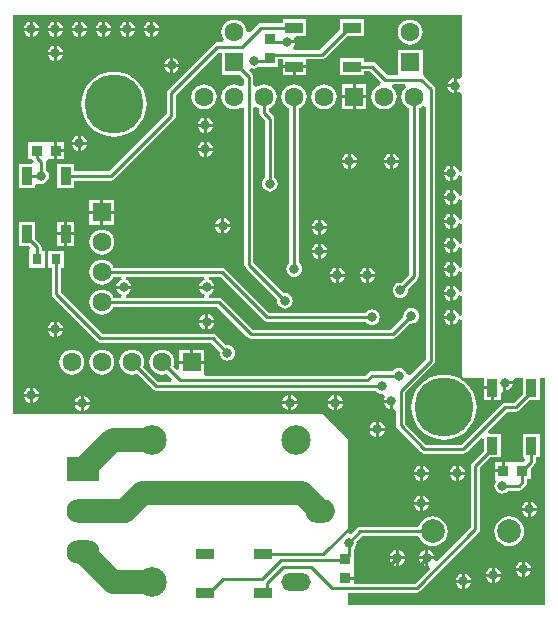
<source format=gbl>
G04 Layer_Physical_Order=2*
G04 Layer_Color=16711680*
%FSLAX44Y44*%
%MOMM*%
G71*
G01*
G75*
%ADD11R,0.9500X0.9500*%
%ADD16R,0.8000X0.9500*%
%ADD18R,0.9500X0.9500*%
%ADD27C,2.0000*%
%ADD29C,0.2540*%
%ADD32C,1.6000*%
%ADD33R,1.6000X1.6000*%
%ADD34R,1.6000X1.6000*%
%ADD35C,5.0000*%
%ADD36O,2.5000X2.0000*%
%ADD37C,2.5000*%
%ADD38O,2.5000X1.5000*%
%ADD39R,2.8000X2.0000*%
%ADD40O,2.8000X2.0000*%
%ADD41C,2.0000*%
%ADD42C,0.8000*%
%ADD43R,1.5000X0.9000*%
%ADD44R,0.9000X1.5000*%
G36*
X379910Y446910D02*
X377370Y445658D01*
X377298Y445713D01*
X375707Y446372D01*
X375270Y446429D01*
Y440000D01*
Y433571D01*
X375707Y433628D01*
X377298Y434287D01*
X377370Y434343D01*
X379910Y433090D01*
Y367684D01*
X377370Y367125D01*
X377212Y367467D01*
X377191Y367518D01*
X377134Y367655D01*
X376553Y369058D01*
X375504Y370424D01*
X374138Y371473D01*
X372547Y372132D01*
X372110Y372189D01*
Y365760D01*
Y359331D01*
X372547Y359388D01*
X374138Y360047D01*
X375504Y361096D01*
X376553Y362462D01*
X377134Y363865D01*
X377191Y364002D01*
X377212Y364053D01*
X377370Y364395D01*
X379910Y363836D01*
X379910Y347364D01*
X377370Y346805D01*
X377212Y347147D01*
X377191Y347198D01*
X377134Y347335D01*
X376553Y348738D01*
X375504Y350104D01*
X374138Y351153D01*
X372547Y351812D01*
X372110Y351869D01*
Y345440D01*
Y339011D01*
X372547Y339068D01*
X374138Y339727D01*
X375504Y340776D01*
X376553Y342142D01*
X377134Y343545D01*
X377191Y343682D01*
X377212Y343733D01*
X377370Y344075D01*
X379910Y343516D01*
Y327044D01*
X377370Y326485D01*
X377212Y326827D01*
X377191Y326878D01*
X377134Y327015D01*
X376553Y328418D01*
X375504Y329784D01*
X374138Y330833D01*
X372547Y331492D01*
X372110Y331549D01*
Y325120D01*
Y318691D01*
X372547Y318748D01*
X374138Y319407D01*
X375504Y320456D01*
X376553Y321822D01*
X377134Y323225D01*
X377191Y323362D01*
X377212Y323413D01*
X377370Y323755D01*
X379910Y323196D01*
Y306724D01*
X377370Y306165D01*
X377212Y306507D01*
X377191Y306558D01*
X377134Y306695D01*
X376553Y308098D01*
X375504Y309464D01*
X374138Y310513D01*
X372547Y311172D01*
X372110Y311229D01*
Y304800D01*
Y298371D01*
X372547Y298428D01*
X374138Y299087D01*
X375504Y300136D01*
X376553Y301502D01*
X377134Y302905D01*
X377191Y303042D01*
X377212Y303093D01*
X377370Y303435D01*
X379910Y302876D01*
Y286404D01*
X377370Y285845D01*
X377212Y286187D01*
X377191Y286238D01*
X377134Y286375D01*
X376553Y287778D01*
X375504Y289144D01*
X374138Y290193D01*
X372547Y290852D01*
X372110Y290909D01*
Y284480D01*
Y278051D01*
X372547Y278108D01*
X374138Y278767D01*
X375504Y279816D01*
X376553Y281182D01*
X377134Y282585D01*
X377191Y282722D01*
X377212Y282773D01*
X377370Y283115D01*
X379910Y282556D01*
Y266084D01*
X377370Y265525D01*
X377212Y265867D01*
X377191Y265918D01*
X377134Y266055D01*
X376553Y267458D01*
X375504Y268824D01*
X374138Y269873D01*
X372547Y270532D01*
X372110Y270589D01*
Y264160D01*
Y257731D01*
X372547Y257788D01*
X374138Y258447D01*
X375504Y259496D01*
X376553Y260862D01*
X377134Y262265D01*
X377191Y262402D01*
X377212Y262453D01*
X377370Y262795D01*
X379910Y262236D01*
Y245764D01*
X377370Y245205D01*
X377212Y245547D01*
X377191Y245598D01*
X377134Y245735D01*
X376553Y247138D01*
X375504Y248504D01*
X374138Y249553D01*
X372547Y250212D01*
X372110Y250269D01*
Y243840D01*
Y237411D01*
X372547Y237468D01*
X374138Y238127D01*
X375504Y239176D01*
X376553Y240542D01*
X377134Y241945D01*
X377191Y242082D01*
X377212Y242133D01*
X377370Y242475D01*
X379910Y241916D01*
Y195000D01*
X380107Y194009D01*
X380669Y193169D01*
X381509Y192607D01*
X382500Y192410D01*
X398460D01*
Y185420D01*
X405500D01*
Y184150D01*
X406770D01*
Y174110D01*
X412540D01*
Y179959D01*
X413517Y180895D01*
X414980Y181749D01*
Y188250D01*
X416250D01*
Y189520D01*
X422679D01*
X422633Y189870D01*
X422629Y189968D01*
X424355Y192410D01*
X431460D01*
Y179144D01*
X423841Y171525D01*
X416560D01*
X415073Y171229D01*
X413813Y170387D01*
X379391Y135965D01*
X349589D01*
X331735Y153819D01*
Y180191D01*
X355997Y204453D01*
X356839Y205713D01*
X357135Y207200D01*
Y436750D01*
X356839Y438237D01*
X355997Y439497D01*
X348063Y447431D01*
X347563Y448057D01*
X346540Y449787D01*
X346540Y451168D01*
Y470420D01*
X325460D01*
Y451425D01*
X325460Y449340D01*
X323109Y448885D01*
X316609D01*
X306757Y458737D01*
X305497Y459579D01*
X304010Y459875D01*
X297055D01*
Y463030D01*
X276975D01*
Y448950D01*
X297055D01*
Y452105D01*
X302401D01*
X311084Y443422D01*
X311103Y442672D01*
X310368Y440546D01*
X308584Y439807D01*
X306383Y438117D01*
X304693Y435915D01*
X303631Y433352D01*
X303269Y430600D01*
X303631Y427849D01*
X304693Y425285D01*
X306383Y423083D01*
X308584Y421393D01*
X311148Y420331D01*
X313900Y419969D01*
X316651Y420331D01*
X319216Y421393D01*
X321417Y423083D01*
X323107Y425285D01*
X324169Y427849D01*
X324531Y430600D01*
X324169Y433352D01*
X323107Y435915D01*
X321417Y438117D01*
X320820Y438575D01*
X321682Y441115D01*
X331518D01*
X332380Y438575D01*
X331783Y438117D01*
X330093Y435915D01*
X329031Y433352D01*
X328669Y430600D01*
X329031Y427849D01*
X330093Y425285D01*
X331783Y423083D01*
X333984Y421393D01*
X335415Y420801D01*
Y279949D01*
X328634Y273168D01*
X327660Y273296D01*
X325953Y273072D01*
X324362Y272413D01*
X322996Y271364D01*
X321947Y269998D01*
X321288Y268407D01*
X321064Y266700D01*
X321288Y264993D01*
X321947Y263402D01*
X322996Y262036D01*
X324362Y260987D01*
X325953Y260328D01*
X327660Y260104D01*
X329367Y260328D01*
X330958Y260987D01*
X332324Y262036D01*
X333373Y263402D01*
X334032Y264993D01*
X334256Y266700D01*
X334128Y267674D01*
X342047Y275593D01*
X342889Y276853D01*
X343185Y278340D01*
Y420801D01*
X344616Y421393D01*
X346817Y423083D01*
X346825Y423093D01*
X349365Y422231D01*
Y208809D01*
X335469Y194913D01*
X332787Y195823D01*
X332762Y196017D01*
X332103Y197608D01*
X331054Y198974D01*
X329688Y200023D01*
X328097Y200682D01*
X326390Y200906D01*
X324683Y200682D01*
X323092Y200023D01*
X321726Y198974D01*
X321127Y198195D01*
X303530D01*
X302043Y197899D01*
X300783Y197057D01*
X298111Y194385D01*
X163913D01*
X161740Y195270D01*
Y204540D01*
X151200D01*
X140660D01*
Y199762D01*
X138313Y198790D01*
X135476Y201628D01*
X136069Y203058D01*
X136431Y205810D01*
X136069Y208561D01*
X135007Y211126D01*
X133317Y213327D01*
X131116Y215017D01*
X128552Y216079D01*
X125800Y216441D01*
X123048Y216079D01*
X120485Y215017D01*
X118283Y213327D01*
X116593Y211126D01*
X115531Y208561D01*
X115169Y205810D01*
X115531Y203058D01*
X116593Y200494D01*
X118283Y198293D01*
X120485Y196603D01*
X123048Y195541D01*
X125800Y195179D01*
X128552Y195541D01*
X129982Y196134D01*
X134465Y191651D01*
X133493Y189305D01*
X122399D01*
X110076Y201628D01*
X110669Y203058D01*
X111031Y205810D01*
X110669Y208561D01*
X109607Y211126D01*
X107917Y213327D01*
X105716Y215017D01*
X103152Y216079D01*
X100400Y216441D01*
X97648Y216079D01*
X95084Y215017D01*
X92883Y213327D01*
X91193Y211126D01*
X90131Y208561D01*
X89769Y205810D01*
X90131Y203058D01*
X91193Y200494D01*
X92883Y198293D01*
X95084Y196603D01*
X97648Y195541D01*
X100400Y195179D01*
X103152Y195541D01*
X104582Y196134D01*
X118043Y182673D01*
X119303Y181831D01*
X120790Y181535D01*
X307157D01*
X307756Y180756D01*
X309122Y179707D01*
X310713Y179048D01*
X312420Y178824D01*
X313398Y178952D01*
X314739Y177066D01*
X314852Y176702D01*
X314327Y176018D01*
X313668Y174427D01*
X313611Y173990D01*
X320040D01*
Y172720D01*
X321310D01*
Y166291D01*
X321425Y166306D01*
X322005Y166136D01*
X323965Y164518D01*
Y152210D01*
X324261Y150723D01*
X325103Y149463D01*
X345233Y129333D01*
X346493Y128491D01*
X347980Y128195D01*
X381000D01*
X382487Y128491D01*
X383747Y129333D01*
X396113Y141700D01*
X398460Y140728D01*
Y130604D01*
X388413Y120557D01*
X387571Y119297D01*
X387275Y117810D01*
Y65769D01*
X359080Y37574D01*
X356577Y38283D01*
X356397Y38482D01*
X356429Y38730D01*
X351270D01*
Y33571D01*
X351517Y33603D01*
X351717Y33423D01*
X352426Y30920D01*
X339831Y18325D01*
X288290D01*
Y30290D01*
X288290D01*
Y31710D01*
X288290D01*
Y46290D01*
X288290Y46290D01*
X289002Y48535D01*
X289713Y49462D01*
X290372Y51053D01*
X290596Y52760D01*
X290468Y53734D01*
X295349Y58615D01*
X343036D01*
X344046Y56176D01*
X346056Y53556D01*
X348676Y51546D01*
X351726Y50283D01*
X355000Y49852D01*
X358274Y50283D01*
X361324Y51546D01*
X363944Y53556D01*
X365954Y56176D01*
X367217Y59226D01*
X367648Y62500D01*
X367217Y65774D01*
X365954Y68824D01*
X363944Y71444D01*
X361324Y73454D01*
X358274Y74717D01*
X355000Y75148D01*
X351726Y74717D01*
X348676Y73454D01*
X346056Y71444D01*
X344046Y68824D01*
X343036Y66385D01*
X293740D01*
X292253Y66089D01*
X290993Y65247D01*
X286040Y60294D01*
X283500Y61346D01*
X283500Y140533D01*
X262381Y161652D01*
X0Y161652D01*
Y500000D01*
X379910D01*
Y446910D01*
D02*
G37*
G36*
X450000Y0D02*
X283500D01*
Y10555D01*
X341440D01*
X342927Y10851D01*
X344187Y11693D01*
X393907Y61413D01*
X394749Y62673D01*
X395045Y64160D01*
Y116201D01*
X403954Y125110D01*
X412540D01*
Y145190D01*
X402922D01*
X401950Y147537D01*
X418169Y163755D01*
X425450D01*
X426937Y164051D01*
X428197Y164893D01*
X437414Y174110D01*
X445540D01*
Y192410D01*
X450000D01*
Y0D01*
D02*
G37*
%LPC*%
G36*
X49600Y216441D02*
X46849Y216079D01*
X44285Y215017D01*
X42083Y213327D01*
X40393Y211126D01*
X39331Y208561D01*
X38969Y205810D01*
X39331Y203058D01*
X40393Y200494D01*
X42083Y198293D01*
X44285Y196603D01*
X46849Y195541D01*
X49600Y195179D01*
X52351Y195541D01*
X54915Y196603D01*
X57117Y198293D01*
X58807Y200494D01*
X59869Y203058D01*
X60231Y205810D01*
X59869Y208561D01*
X58807Y211126D01*
X57117Y213327D01*
X54915Y215017D01*
X52351Y216079D01*
X49600Y216441D01*
D02*
G37*
G36*
X75000D02*
X72249Y216079D01*
X69685Y215017D01*
X67483Y213327D01*
X65793Y211126D01*
X64731Y208561D01*
X64369Y205810D01*
X64731Y203058D01*
X65793Y200494D01*
X67483Y198293D01*
X69685Y196603D01*
X72249Y195541D01*
X75000Y195179D01*
X77751Y195541D01*
X80316Y196603D01*
X82517Y198293D01*
X84207Y200494D01*
X85269Y203058D01*
X85631Y205810D01*
X85269Y208561D01*
X84207Y211126D01*
X82517Y213327D01*
X80316Y215017D01*
X77751Y216079D01*
X75000Y216441D01*
D02*
G37*
G36*
X422679Y186980D02*
X417520D01*
Y181821D01*
X417957Y181878D01*
X419548Y182537D01*
X420914Y183586D01*
X421963Y184952D01*
X422622Y186543D01*
X422679Y186980D01*
D02*
G37*
G36*
X13970Y184229D02*
X13533Y184172D01*
X11942Y183513D01*
X10576Y182464D01*
X9527Y181098D01*
X8868Y179507D01*
X8811Y179070D01*
X13970D01*
Y184229D01*
D02*
G37*
G36*
X16510D02*
Y179070D01*
X21669D01*
X21612Y179507D01*
X20953Y181098D01*
X19904Y182464D01*
X18538Y183513D01*
X16947Y184172D01*
X16510Y184229D01*
D02*
G37*
G36*
X34290Y232410D02*
X29131D01*
X29188Y231973D01*
X29847Y230382D01*
X30896Y229016D01*
X32262Y227967D01*
X33853Y227308D01*
X34290Y227251D01*
Y232410D01*
D02*
G37*
G36*
X41989D02*
X36830D01*
Y227251D01*
X37267Y227308D01*
X38858Y227967D01*
X40224Y229016D01*
X41273Y230382D01*
X41932Y231973D01*
X41989Y232410D01*
D02*
G37*
G36*
X162480Y238730D02*
X157321D01*
X157378Y238293D01*
X158037Y236702D01*
X159086Y235336D01*
X160452Y234287D01*
X162043Y233628D01*
X162480Y233571D01*
Y238730D01*
D02*
G37*
G36*
X149930Y216350D02*
X140660D01*
Y207080D01*
X149930D01*
Y216350D01*
D02*
G37*
G36*
X161740D02*
X152470D01*
Y207080D01*
X161740D01*
Y216350D01*
D02*
G37*
G36*
X42540Y300290D02*
X29460D01*
Y285710D01*
X32615D01*
Y263220D01*
X32911Y261733D01*
X33753Y260473D01*
X70913Y223313D01*
X72173Y222471D01*
X73660Y222175D01*
X167301D01*
X174782Y214694D01*
X174654Y213720D01*
X174878Y212013D01*
X175537Y210422D01*
X176586Y209056D01*
X177952Y208007D01*
X179543Y207348D01*
X181250Y207124D01*
X182957Y207348D01*
X184548Y208007D01*
X185914Y209056D01*
X186963Y210422D01*
X187622Y212013D01*
X187846Y213720D01*
X187622Y215427D01*
X186963Y217018D01*
X185914Y218384D01*
X184548Y219433D01*
X182957Y220092D01*
X181250Y220316D01*
X180276Y220188D01*
X171657Y228807D01*
X170397Y229649D01*
X168910Y229945D01*
X75269D01*
X40385Y264829D01*
Y285710D01*
X42540D01*
Y300290D01*
D02*
G37*
G36*
X13970Y176530D02*
X8811D01*
X8868Y176093D01*
X9527Y174502D01*
X10576Y173136D01*
X11942Y172087D01*
X13533Y171428D01*
X13970Y171371D01*
Y176530D01*
D02*
G37*
G36*
X21669D02*
X16510D01*
Y171371D01*
X16947Y171428D01*
X18538Y172087D01*
X19904Y173136D01*
X20953Y174502D01*
X21612Y176093D01*
X21669Y176530D01*
D02*
G37*
G36*
X56980Y177429D02*
X56543Y177372D01*
X54952Y176713D01*
X53586Y175664D01*
X52537Y174298D01*
X51878Y172707D01*
X51821Y172270D01*
X56980D01*
Y177429D01*
D02*
G37*
G36*
X271250Y170210D02*
X266091D01*
X266148Y169773D01*
X266807Y168182D01*
X267856Y166816D01*
X269222Y165767D01*
X270813Y165108D01*
X271250Y165051D01*
Y170210D01*
D02*
G37*
G36*
X278949D02*
X273790D01*
Y165051D01*
X274227Y165108D01*
X275818Y165767D01*
X277184Y166816D01*
X278233Y168182D01*
X278892Y169773D01*
X278949Y170210D01*
D02*
G37*
G36*
X318770Y171450D02*
X313611D01*
X313668Y171013D01*
X314327Y169422D01*
X315376Y168056D01*
X316742Y167007D01*
X318333Y166348D01*
X318770Y166291D01*
Y171450D01*
D02*
G37*
G36*
X271250Y177909D02*
X270813Y177852D01*
X269222Y177193D01*
X267856Y176144D01*
X266807Y174778D01*
X266148Y173187D01*
X266091Y172750D01*
X271250D01*
Y177909D01*
D02*
G37*
G36*
X273790D02*
Y172750D01*
X278949D01*
X278892Y173187D01*
X278233Y174778D01*
X277184Y176144D01*
X275818Y177193D01*
X274227Y177852D01*
X273790Y177909D01*
D02*
G37*
G36*
X404230Y182880D02*
X398460D01*
Y174110D01*
X404230D01*
Y182880D01*
D02*
G37*
G36*
X59520Y177429D02*
Y172270D01*
X64679D01*
X64622Y172707D01*
X63963Y174298D01*
X62914Y175664D01*
X61548Y176713D01*
X59957Y177372D01*
X59520Y177429D01*
D02*
G37*
G36*
X232980Y177909D02*
X232543Y177852D01*
X230952Y177193D01*
X229586Y176144D01*
X228537Y174778D01*
X227878Y173187D01*
X227821Y172750D01*
X232980D01*
Y177909D01*
D02*
G37*
G36*
X235520D02*
Y172750D01*
X240679D01*
X240622Y173187D01*
X239963Y174778D01*
X238914Y176144D01*
X237548Y177193D01*
X235957Y177852D01*
X235520Y177909D01*
D02*
G37*
G36*
X369570Y283210D02*
X364411D01*
X364468Y282773D01*
X365127Y281182D01*
X366176Y279816D01*
X367542Y278767D01*
X369133Y278108D01*
X369570Y278051D01*
Y283210D01*
D02*
G37*
G36*
X237700Y441231D02*
X234949Y440869D01*
X232384Y439807D01*
X230183Y438117D01*
X228493Y435915D01*
X227431Y433352D01*
X227069Y430600D01*
X227431Y427849D01*
X228493Y425285D01*
X230183Y423083D01*
X232384Y421393D01*
X233815Y420801D01*
Y289953D01*
X233036Y289354D01*
X231987Y287988D01*
X231328Y286397D01*
X231104Y284690D01*
X231328Y282983D01*
X231987Y281392D01*
X233036Y280026D01*
X234402Y278977D01*
X235993Y278318D01*
X237700Y278094D01*
X239407Y278318D01*
X240998Y278977D01*
X242364Y280026D01*
X243413Y281392D01*
X244072Y282983D01*
X244296Y284690D01*
X244072Y286397D01*
X243413Y287988D01*
X242364Y289354D01*
X241585Y289953D01*
Y420801D01*
X243015Y421393D01*
X245217Y423083D01*
X246907Y425285D01*
X247969Y427849D01*
X248331Y430600D01*
X247969Y433352D01*
X246907Y435915D01*
X245217Y438117D01*
X243015Y439807D01*
X240452Y440869D01*
X237700Y441231D01*
D02*
G37*
G36*
X273050Y285829D02*
X272613Y285772D01*
X271022Y285113D01*
X269656Y284064D01*
X268607Y282698D01*
X267948Y281107D01*
X267891Y280670D01*
X273050D01*
Y285829D01*
D02*
G37*
G36*
X280749Y278130D02*
X275590D01*
Y272971D01*
X276027Y273028D01*
X277618Y273687D01*
X278984Y274736D01*
X280033Y276102D01*
X280692Y277693D01*
X280749Y278130D01*
D02*
G37*
G36*
X298450D02*
X293291D01*
X293348Y277693D01*
X294007Y276102D01*
X295056Y274736D01*
X296422Y273687D01*
X298013Y273028D01*
X298450Y272971D01*
Y278130D01*
D02*
G37*
G36*
X306149D02*
X300990D01*
Y272971D01*
X301427Y273028D01*
X303018Y273687D01*
X304384Y274736D01*
X305433Y276102D01*
X306092Y277693D01*
X306149Y278130D01*
D02*
G37*
G36*
X18490Y324475D02*
X4410D01*
Y304395D01*
X12922D01*
X14480Y302475D01*
X13546Y300290D01*
X13460D01*
Y285710D01*
X26540D01*
Y300290D01*
X23884D01*
Y303001D01*
X23588Y304487D01*
X22746Y305748D01*
X18490Y310004D01*
Y324475D01*
D02*
G37*
G36*
X369570Y290909D02*
X369133Y290852D01*
X367542Y290193D01*
X366176Y289144D01*
X365127Y287778D01*
X364468Y286187D01*
X364411Y285750D01*
X369570D01*
Y290909D01*
D02*
G37*
G36*
X257810Y298450D02*
X252651D01*
X252708Y298013D01*
X253367Y296422D01*
X254416Y295056D01*
X255782Y294007D01*
X257373Y293348D01*
X257810Y293291D01*
Y298450D01*
D02*
G37*
G36*
X275590Y285829D02*
Y280670D01*
X280749D01*
X280692Y281107D01*
X280033Y282698D01*
X278984Y284064D01*
X277618Y285113D01*
X276027Y285772D01*
X275590Y285829D01*
D02*
G37*
G36*
X298450D02*
X298013Y285772D01*
X296422Y285113D01*
X295056Y284064D01*
X294007Y282698D01*
X293348Y281107D01*
X293291Y280670D01*
X298450D01*
Y285829D01*
D02*
G37*
G36*
X300990D02*
Y280670D01*
X306149D01*
X306092Y281107D01*
X305433Y282698D01*
X304384Y284064D01*
X303018Y285113D01*
X301427Y285772D01*
X300990Y285829D01*
D02*
G37*
G36*
X75000Y292641D02*
X72249Y292279D01*
X69685Y291217D01*
X67483Y289527D01*
X65793Y287325D01*
X64731Y284762D01*
X64369Y282010D01*
X64731Y279258D01*
X65793Y276695D01*
X67483Y274493D01*
X69685Y272803D01*
X72249Y271741D01*
X75000Y271379D01*
X77751Y271741D01*
X80316Y272803D01*
X82517Y274493D01*
X84207Y276695D01*
X84799Y278125D01*
X91436D01*
X91793Y275622D01*
X90202Y274963D01*
X88836Y273914D01*
X87787Y272548D01*
X87128Y270957D01*
X87071Y270520D01*
X99929D01*
X99872Y270957D01*
X99213Y272548D01*
X98164Y273914D01*
X96798Y274963D01*
X95207Y275622D01*
X95564Y278125D01*
X161686D01*
X162043Y275622D01*
X160452Y274963D01*
X159086Y273914D01*
X158037Y272548D01*
X157378Y270957D01*
X157321Y270520D01*
X170179D01*
X170122Y270957D01*
X169463Y272548D01*
X168414Y273914D01*
X167048Y274963D01*
X165457Y275622D01*
X165814Y278125D01*
X175131D01*
X212163Y241093D01*
X213423Y240251D01*
X214910Y239955D01*
X298267D01*
X298866Y239176D01*
X300232Y238127D01*
X301823Y237468D01*
X303530Y237244D01*
X305237Y237468D01*
X306828Y238127D01*
X308194Y239176D01*
X309243Y240542D01*
X309902Y242133D01*
X310126Y243840D01*
X309902Y245547D01*
X309243Y247138D01*
X308194Y248504D01*
X306828Y249553D01*
X305237Y250212D01*
X303530Y250436D01*
X301823Y250212D01*
X300232Y249553D01*
X298866Y248504D01*
X298267Y247725D01*
X216519D01*
X179487Y284757D01*
X178227Y285599D01*
X176740Y285895D01*
X84799D01*
X84207Y287325D01*
X82517Y289527D01*
X80316Y291217D01*
X77751Y292279D01*
X75000Y292641D01*
D02*
G37*
G36*
X369570Y242570D02*
X364411D01*
X364468Y242133D01*
X365127Y240542D01*
X366176Y239176D01*
X367542Y238127D01*
X369133Y237468D01*
X369570Y237411D01*
Y242570D01*
D02*
G37*
G36*
X162480Y246429D02*
X162043Y246372D01*
X160452Y245713D01*
X159086Y244664D01*
X158037Y243298D01*
X157378Y241707D01*
X157321Y241270D01*
X162480D01*
Y246429D01*
D02*
G37*
G36*
X170179Y238730D02*
X165020D01*
Y233571D01*
X165457Y233628D01*
X167048Y234287D01*
X168414Y235336D01*
X169463Y236702D01*
X170122Y238293D01*
X170179Y238730D01*
D02*
G37*
G36*
X34290Y240109D02*
X33853Y240052D01*
X32262Y239393D01*
X30896Y238344D01*
X29847Y236978D01*
X29188Y235387D01*
X29131Y234950D01*
X34290D01*
Y240109D01*
D02*
G37*
G36*
X36830D02*
Y234950D01*
X41989D01*
X41932Y235387D01*
X41273Y236978D01*
X40224Y238344D01*
X38858Y239393D01*
X37267Y240052D01*
X36830Y240109D01*
D02*
G37*
G36*
X170179Y267980D02*
X157321D01*
X157378Y267543D01*
X158037Y265952D01*
X159086Y264586D01*
X160452Y263537D01*
X162043Y262878D01*
X161478Y260495D01*
X95772D01*
X95207Y262878D01*
X96798Y263537D01*
X98164Y264586D01*
X99213Y265952D01*
X99872Y267543D01*
X99929Y267980D01*
X87071D01*
X87128Y267543D01*
X87787Y265952D01*
X88836Y264586D01*
X90202Y263537D01*
X91793Y262878D01*
X91228Y260495D01*
X84799D01*
X84207Y261926D01*
X82517Y264127D01*
X80316Y265817D01*
X77751Y266879D01*
X75000Y267241D01*
X72249Y266879D01*
X69685Y265817D01*
X67483Y264127D01*
X65793Y261926D01*
X64731Y259361D01*
X64369Y256610D01*
X64731Y253859D01*
X65793Y251294D01*
X67483Y249093D01*
X69685Y247403D01*
X72249Y246341D01*
X75000Y245979D01*
X77751Y246341D01*
X80316Y247403D01*
X82517Y249093D01*
X84207Y251294D01*
X84799Y252725D01*
X172281D01*
X198253Y226753D01*
X199513Y225911D01*
X201000Y225615D01*
X321250D01*
X322737Y225911D01*
X323997Y226753D01*
X335776Y238532D01*
X336750Y238404D01*
X338457Y238628D01*
X340048Y239287D01*
X341414Y240336D01*
X342463Y241702D01*
X343122Y243293D01*
X343346Y245000D01*
X343122Y246707D01*
X342463Y248298D01*
X341414Y249664D01*
X340048Y250713D01*
X338457Y251372D01*
X336750Y251596D01*
X335043Y251372D01*
X333452Y250713D01*
X332086Y249664D01*
X331037Y248298D01*
X330378Y246707D01*
X330154Y245000D01*
X330282Y244026D01*
X319641Y233385D01*
X202609D01*
X176637Y259357D01*
X175377Y260199D01*
X173890Y260495D01*
X166022D01*
X165457Y262878D01*
X167048Y263537D01*
X168414Y264586D01*
X169463Y265952D01*
X170122Y267543D01*
X170179Y267980D01*
D02*
G37*
G36*
X369570Y270589D02*
X369133Y270532D01*
X367542Y269873D01*
X366176Y268824D01*
X365127Y267458D01*
X364468Y265867D01*
X364411Y265430D01*
X369570D01*
Y270589D01*
D02*
G37*
G36*
X273050Y278130D02*
X267891D01*
X267948Y277693D01*
X268607Y276102D01*
X269656Y274736D01*
X271022Y273687D01*
X272613Y273028D01*
X273050Y272971D01*
Y278130D01*
D02*
G37*
G36*
X165020Y246429D02*
Y241270D01*
X170179D01*
X170122Y241707D01*
X169463Y243298D01*
X168414Y244664D01*
X167048Y245713D01*
X165457Y246372D01*
X165020Y246429D01*
D02*
G37*
G36*
X369570Y250269D02*
X369133Y250212D01*
X367542Y249553D01*
X366176Y248504D01*
X365127Y247138D01*
X364468Y245547D01*
X364411Y245110D01*
X369570D01*
Y250269D01*
D02*
G37*
G36*
Y262890D02*
X364411D01*
X364468Y262453D01*
X365127Y260862D01*
X366176Y259496D01*
X367542Y258447D01*
X369133Y257788D01*
X369570Y257731D01*
Y262890D01*
D02*
G37*
G36*
X323730Y46429D02*
X323293Y46372D01*
X321702Y45713D01*
X320336Y44664D01*
X319287Y43298D01*
X318628Y41707D01*
X318571Y41270D01*
X323730D01*
Y46429D01*
D02*
G37*
G36*
X326270D02*
Y41270D01*
X331429D01*
X331372Y41707D01*
X330713Y43298D01*
X329664Y44664D01*
X328298Y45713D01*
X326707Y46372D01*
X326270Y46429D01*
D02*
G37*
G36*
X348730Y38730D02*
X343571D01*
X343628Y38293D01*
X344287Y36702D01*
X345336Y35336D01*
X346702Y34287D01*
X348293Y33628D01*
X348730Y33571D01*
Y38730D01*
D02*
G37*
G36*
X323730D02*
X318571D01*
X318628Y38293D01*
X319287Y36702D01*
X320336Y35336D01*
X321702Y34287D01*
X323293Y33628D01*
X323730Y33571D01*
Y38730D01*
D02*
G37*
G36*
X331429D02*
X326270D01*
Y33571D01*
X326707Y33628D01*
X328298Y34287D01*
X329664Y35336D01*
X330713Y36702D01*
X331372Y38293D01*
X331429Y38730D01*
D02*
G37*
G36*
X348730Y46429D02*
X348293Y46372D01*
X346702Y45713D01*
X345336Y44664D01*
X344287Y43298D01*
X343628Y41707D01*
X343571Y41270D01*
X348730D01*
Y46429D01*
D02*
G37*
G36*
X344170Y85090D02*
X339011D01*
X339068Y84653D01*
X339727Y83062D01*
X340776Y81696D01*
X342142Y80647D01*
X343733Y79988D01*
X344170Y79931D01*
Y85090D01*
D02*
G37*
G36*
X351270Y46429D02*
Y41270D01*
X356429D01*
X356372Y41707D01*
X355713Y43298D01*
X354664Y44664D01*
X353298Y45713D01*
X351707Y46372D01*
X351270Y46429D01*
D02*
G37*
G36*
X351869Y85090D02*
X346710D01*
Y79931D01*
X347147Y79988D01*
X348738Y80647D01*
X350104Y81696D01*
X351153Y83062D01*
X351812Y84653D01*
X351869Y85090D01*
D02*
G37*
G36*
X306730Y147730D02*
X301571D01*
X301628Y147293D01*
X302287Y145702D01*
X303336Y144336D01*
X304702Y143287D01*
X306293Y142628D01*
X306730Y142571D01*
Y147730D01*
D02*
G37*
G36*
X314429D02*
X309270D01*
Y142571D01*
X309707Y142628D01*
X311298Y143287D01*
X312664Y144336D01*
X313713Y145702D01*
X314372Y147293D01*
X314429Y147730D01*
D02*
G37*
G36*
X364560Y195335D02*
X360238Y194995D01*
X356023Y193983D01*
X352018Y192324D01*
X348322Y190059D01*
X345026Y187244D01*
X342211Y183948D01*
X339946Y180252D01*
X338287Y176247D01*
X337275Y172031D01*
X336935Y167710D01*
X337275Y163389D01*
X338287Y159173D01*
X339946Y155168D01*
X342211Y151472D01*
X345026Y148176D01*
X348322Y145361D01*
X352018Y143096D01*
X356023Y141437D01*
X360238Y140425D01*
X364560Y140085D01*
X368881Y140425D01*
X373097Y141437D01*
X377102Y143096D01*
X380798Y145361D01*
X384094Y148176D01*
X386909Y151472D01*
X389174Y155168D01*
X390833Y159173D01*
X391845Y163389D01*
X392185Y167710D01*
X391845Y172031D01*
X390833Y176247D01*
X389174Y180252D01*
X386909Y183948D01*
X384094Y187244D01*
X380798Y190059D01*
X377102Y192324D01*
X373097Y193983D01*
X368881Y194995D01*
X364560Y195335D01*
D02*
G37*
G36*
X306730Y155429D02*
X306293Y155372D01*
X304702Y154713D01*
X303336Y153664D01*
X302287Y152298D01*
X301628Y150707D01*
X301571Y150270D01*
X306730D01*
Y155429D01*
D02*
G37*
G36*
X232980Y170210D02*
X227821D01*
X227878Y169773D01*
X228537Y168182D01*
X229586Y166816D01*
X230952Y165767D01*
X232543Y165108D01*
X232980Y165051D01*
Y170210D01*
D02*
G37*
G36*
X240679D02*
X235520D01*
Y165051D01*
X235957Y165108D01*
X237548Y165767D01*
X238914Y166816D01*
X239963Y168182D01*
X240622Y169773D01*
X240679Y170210D01*
D02*
G37*
G36*
X64679Y169730D02*
X59520D01*
Y164571D01*
X59957Y164628D01*
X61548Y165287D01*
X62914Y166336D01*
X63963Y167702D01*
X64622Y169293D01*
X64679Y169730D01*
D02*
G37*
G36*
X309270Y155429D02*
Y150270D01*
X314429D01*
X314372Y150707D01*
X313713Y152298D01*
X312664Y153664D01*
X311298Y154713D01*
X309707Y155372D01*
X309270Y155429D01*
D02*
G37*
G36*
X56980Y169730D02*
X51821D01*
X51878Y169293D01*
X52537Y167702D01*
X53586Y166336D01*
X54952Y165287D01*
X56543Y164628D01*
X56980Y164571D01*
Y169730D01*
D02*
G37*
G36*
X377190Y118189D02*
Y113030D01*
X382349D01*
X382292Y113467D01*
X381633Y115058D01*
X380584Y116424D01*
X379218Y117473D01*
X377627Y118132D01*
X377190Y118189D01*
D02*
G37*
G36*
X346710Y92789D02*
Y87630D01*
X351869D01*
X351812Y88067D01*
X351153Y89658D01*
X350104Y91024D01*
X348738Y92073D01*
X347147Y92732D01*
X346710Y92789D01*
D02*
G37*
G36*
X344170Y110490D02*
X339011D01*
X339068Y110053D01*
X339727Y108462D01*
X340776Y107096D01*
X342142Y106047D01*
X343733Y105388D01*
X344170Y105331D01*
Y110490D01*
D02*
G37*
G36*
Y92789D02*
X343733Y92732D01*
X342142Y92073D01*
X340776Y91024D01*
X339727Y89658D01*
X339068Y88067D01*
X339011Y87630D01*
X344170D01*
Y92789D01*
D02*
G37*
G36*
X351869Y110490D02*
X346710D01*
Y105331D01*
X347147Y105388D01*
X348738Y106047D01*
X350104Y107096D01*
X351153Y108462D01*
X351812Y110053D01*
X351869Y110490D01*
D02*
G37*
G36*
X346710Y118189D02*
Y113030D01*
X351869D01*
X351812Y113467D01*
X351153Y115058D01*
X350104Y116424D01*
X348738Y117473D01*
X347147Y118132D01*
X346710Y118189D01*
D02*
G37*
G36*
X374650D02*
X374213Y118132D01*
X372622Y117473D01*
X371256Y116424D01*
X370207Y115058D01*
X369548Y113467D01*
X369491Y113030D01*
X374650D01*
Y118189D01*
D02*
G37*
G36*
X344170D02*
X343733Y118132D01*
X342142Y117473D01*
X340776Y116424D01*
X339727Y115058D01*
X339068Y113467D01*
X339011Y113030D01*
X344170D01*
Y118189D01*
D02*
G37*
G36*
X374650Y110490D02*
X369491D01*
X369548Y110053D01*
X370207Y108462D01*
X371256Y107096D01*
X372622Y106047D01*
X374213Y105388D01*
X374650Y105331D01*
Y110490D01*
D02*
G37*
G36*
X382349D02*
X377190D01*
Y105331D01*
X377627Y105388D01*
X379218Y106047D01*
X380584Y107096D01*
X381633Y108462D01*
X382292Y110053D01*
X382349Y110490D01*
D02*
G37*
G36*
X265509Y298450D02*
X260350D01*
Y293291D01*
X260787Y293348D01*
X262378Y294007D01*
X263744Y295056D01*
X264793Y296422D01*
X265452Y298013D01*
X265509Y298450D01*
D02*
G37*
G36*
X132730Y463429D02*
X132293Y463372D01*
X130702Y462713D01*
X129336Y461664D01*
X128287Y460298D01*
X127628Y458707D01*
X127571Y458270D01*
X132730D01*
Y463429D01*
D02*
G37*
G36*
X135270D02*
Y458270D01*
X140429D01*
X140372Y458707D01*
X139713Y460298D01*
X138664Y461664D01*
X137298Y462713D01*
X135707Y463372D01*
X135270Y463429D01*
D02*
G37*
G36*
X140429Y455730D02*
X135270D01*
Y450571D01*
X135707Y450628D01*
X137298Y451287D01*
X138664Y452336D01*
X139713Y453702D01*
X140372Y455293D01*
X140429Y455730D01*
D02*
G37*
G36*
X248055Y454720D02*
X239285D01*
Y448950D01*
X248055D01*
Y454720D01*
D02*
G37*
G36*
X132730Y455730D02*
X127571D01*
X127628Y455293D01*
X128287Y453702D01*
X129336Y452336D01*
X130702Y451287D01*
X132293Y450628D01*
X132730Y450571D01*
Y455730D01*
D02*
G37*
G36*
X34290Y466090D02*
X29131D01*
X29188Y465653D01*
X29847Y464062D01*
X30896Y462696D01*
X32262Y461647D01*
X33853Y460988D01*
X34290Y460931D01*
Y466090D01*
D02*
G37*
G36*
X297055Y496030D02*
X276975D01*
Y487469D01*
X259391Y469885D01*
X237643D01*
X236796Y472004D01*
X236733Y472425D01*
X237712Y473701D01*
X238371Y475292D01*
X238429Y475729D01*
X231999D01*
Y478269D01*
X238429D01*
X238371Y478706D01*
X238080Y479410D01*
X239170Y481544D01*
X239646Y481950D01*
X248055D01*
Y496030D01*
X227975D01*
Y492875D01*
X209945D01*
X208458Y492579D01*
X207198Y491737D01*
X199995Y484533D01*
X198443Y485004D01*
X197486Y485617D01*
X197169Y488032D01*
X196107Y490596D01*
X194417Y492797D01*
X192215Y494487D01*
X189652Y495549D01*
X186900Y495911D01*
X184149Y495549D01*
X181584Y494487D01*
X179383Y492797D01*
X177693Y490596D01*
X176631Y488032D01*
X176269Y485280D01*
X176631Y482528D01*
X177693Y479964D01*
X178430Y479005D01*
X177177Y476465D01*
X172580D01*
X171093Y476169D01*
X169833Y475327D01*
X131003Y436497D01*
X130161Y435237D01*
X129865Y433750D01*
Y416115D01*
X81069Y367319D01*
X51490D01*
Y373475D01*
X37410D01*
Y353395D01*
X51490D01*
Y359550D01*
X82678D01*
X84165Y359846D01*
X85425Y360688D01*
X136497Y411759D01*
X137339Y413020D01*
X137635Y414506D01*
Y432141D01*
X173820Y468326D01*
X176360Y467804D01*
Y449340D01*
X191646D01*
X195505Y445481D01*
Y440484D01*
X192965Y439231D01*
X192215Y439807D01*
X189652Y440869D01*
X186900Y441231D01*
X184149Y440869D01*
X181584Y439807D01*
X179383Y438117D01*
X177693Y435915D01*
X176631Y433352D01*
X176269Y430600D01*
X176631Y427849D01*
X177693Y425285D01*
X179383Y423083D01*
X181584Y421393D01*
X184149Y420331D01*
X186900Y419969D01*
X189652Y420331D01*
X192215Y421393D01*
X192965Y421969D01*
X195505Y420716D01*
Y288290D01*
X195801Y286803D01*
X196643Y285543D01*
X223402Y258784D01*
X223274Y257810D01*
X223498Y256103D01*
X224157Y254512D01*
X225206Y253146D01*
X226572Y252097D01*
X228163Y251438D01*
X229870Y251214D01*
X231577Y251438D01*
X233168Y252097D01*
X234534Y253146D01*
X235583Y254512D01*
X236242Y256103D01*
X236466Y257810D01*
X236242Y259517D01*
X235583Y261108D01*
X234534Y262474D01*
X233168Y263523D01*
X231577Y264182D01*
X229870Y264406D01*
X228896Y264278D01*
X203275Y289899D01*
Y421038D01*
X205815Y422291D01*
X206985Y421393D01*
X208415Y420801D01*
Y416900D01*
X208711Y415413D01*
X209553Y414153D01*
X213285Y410421D01*
Y362133D01*
X212506Y361534D01*
X211457Y360168D01*
X210798Y358577D01*
X210574Y356870D01*
X210798Y355163D01*
X211457Y353572D01*
X212506Y352206D01*
X213872Y351157D01*
X215463Y350498D01*
X217170Y350274D01*
X218877Y350498D01*
X220468Y351157D01*
X221834Y352206D01*
X222883Y353572D01*
X223542Y355163D01*
X223766Y356870D01*
X223542Y358577D01*
X222883Y360168D01*
X221834Y361534D01*
X221055Y362133D01*
Y412030D01*
X220759Y413517D01*
X219917Y414777D01*
X216240Y418454D01*
X216485Y420925D01*
X217616Y421393D01*
X219817Y423083D01*
X221507Y425285D01*
X222569Y427849D01*
X222931Y430600D01*
X222569Y433352D01*
X221507Y435915D01*
X219817Y438117D01*
X217616Y439807D01*
X215051Y440869D01*
X212300Y441231D01*
X209548Y440869D01*
X206985Y439807D01*
X205815Y438909D01*
X203275Y440162D01*
Y447090D01*
X202979Y448577D01*
X202137Y449837D01*
X199141Y452833D01*
X199137Y452840D01*
X199229Y453252D01*
X199377Y453457D01*
X202152Y454687D01*
X202293Y454628D01*
X204000Y454404D01*
X205707Y454628D01*
X207298Y455287D01*
X207334Y455315D01*
X209710Y455710D01*
X209710Y455710D01*
X224290D01*
Y462115D01*
X227975D01*
Y457260D01*
X248055D01*
Y462115D01*
X261000D01*
X262487Y462411D01*
X263747Y463253D01*
X282444Y481950D01*
X297055D01*
Y496030D01*
D02*
G37*
G36*
X336000Y495911D02*
X333248Y495549D01*
X330685Y494487D01*
X328483Y492797D01*
X326793Y490596D01*
X325731Y488032D01*
X325369Y485280D01*
X325731Y482528D01*
X326793Y479964D01*
X328483Y477763D01*
X330685Y476073D01*
X333248Y475011D01*
X336000Y474649D01*
X338751Y475011D01*
X341315Y476073D01*
X343517Y477763D01*
X345207Y479964D01*
X346269Y482528D01*
X346631Y485280D01*
X346269Y488032D01*
X345207Y490596D01*
X343517Y492797D01*
X341315Y494487D01*
X338751Y495549D01*
X336000Y495911D01*
D02*
G37*
G36*
X36830Y473789D02*
Y468630D01*
X41989D01*
X41932Y469067D01*
X41273Y470658D01*
X40224Y472024D01*
X38858Y473073D01*
X37267Y473732D01*
X36830Y473789D01*
D02*
G37*
G36*
X41989Y466090D02*
X36830D01*
Y460931D01*
X37267Y460988D01*
X38858Y461647D01*
X40224Y462696D01*
X41273Y464062D01*
X41932Y465653D01*
X41989Y466090D01*
D02*
G37*
G36*
X34290Y473789D02*
X33853Y473732D01*
X32262Y473073D01*
X30896Y472024D01*
X29847Y470658D01*
X29188Y469067D01*
X29131Y468630D01*
X34290D01*
Y473789D01*
D02*
G37*
G36*
X236745Y454720D02*
X227975D01*
Y448950D01*
X236745D01*
Y454720D01*
D02*
G37*
G36*
X161500Y441231D02*
X158749Y440869D01*
X156185Y439807D01*
X153983Y438117D01*
X152293Y435915D01*
X151231Y433352D01*
X150869Y430600D01*
X151231Y427849D01*
X152293Y425285D01*
X153983Y423083D01*
X156185Y421393D01*
X158749Y420331D01*
X161500Y419969D01*
X164251Y420331D01*
X166815Y421393D01*
X169017Y423083D01*
X170707Y425285D01*
X171769Y427849D01*
X172131Y430600D01*
X171769Y433352D01*
X170707Y435915D01*
X169017Y438117D01*
X166815Y439807D01*
X164251Y440869D01*
X161500Y441231D01*
D02*
G37*
G36*
X263100D02*
X260348Y440869D01*
X257785Y439807D01*
X255583Y438117D01*
X253893Y435915D01*
X252831Y433352D01*
X252469Y430600D01*
X252831Y427849D01*
X253893Y425285D01*
X255583Y423083D01*
X257785Y421393D01*
X260348Y420331D01*
X263100Y419969D01*
X265851Y420331D01*
X268416Y421393D01*
X270617Y423083D01*
X272307Y425285D01*
X273369Y427849D01*
X273731Y430600D01*
X273369Y433352D01*
X272307Y435915D01*
X270617Y438117D01*
X268416Y439807D01*
X265851Y440869D01*
X263100Y441231D01*
D02*
G37*
G36*
X163830Y412829D02*
Y407670D01*
X168989D01*
X168932Y408107D01*
X168273Y409698D01*
X167224Y411064D01*
X165858Y412113D01*
X164267Y412772D01*
X163830Y412829D01*
D02*
G37*
G36*
X168989Y405130D02*
X163830D01*
Y399971D01*
X164267Y400028D01*
X165858Y400687D01*
X167224Y401736D01*
X168273Y403102D01*
X168932Y404693D01*
X168989Y405130D01*
D02*
G37*
G36*
X161290Y412829D02*
X160853Y412772D01*
X159262Y412113D01*
X157896Y411064D01*
X156847Y409698D01*
X156188Y408107D01*
X156131Y407670D01*
X161290D01*
Y412829D01*
D02*
G37*
G36*
X287230Y429330D02*
X277960D01*
Y420060D01*
X287230D01*
Y429330D01*
D02*
G37*
G36*
X372730Y438730D02*
X367571D01*
X367628Y438293D01*
X368287Y436702D01*
X369336Y435336D01*
X370702Y434287D01*
X372293Y433628D01*
X372730Y433571D01*
Y438730D01*
D02*
G37*
G36*
Y446429D02*
X372293Y446372D01*
X370702Y445713D01*
X369336Y444664D01*
X368287Y443298D01*
X367628Y441707D01*
X367571Y441270D01*
X372730D01*
Y446429D01*
D02*
G37*
G36*
X299040Y441140D02*
X289770D01*
Y431870D01*
X299040D01*
Y441140D01*
D02*
G37*
G36*
Y429330D02*
X289770D01*
Y420060D01*
X299040D01*
Y429330D01*
D02*
G37*
G36*
X287230Y441140D02*
X277960D01*
Y431870D01*
X287230D01*
Y441140D01*
D02*
G37*
G36*
X13970Y486410D02*
X8811D01*
X8868Y485973D01*
X9527Y484382D01*
X10576Y483016D01*
X11942Y481967D01*
X13533Y481308D01*
X13970Y481251D01*
Y486410D01*
D02*
G37*
G36*
X54610Y494109D02*
X54173Y494052D01*
X52582Y493393D01*
X51216Y492344D01*
X50167Y490978D01*
X49508Y489387D01*
X49451Y488950D01*
X54610D01*
Y494109D01*
D02*
G37*
G36*
X57150D02*
Y488950D01*
X62309D01*
X62252Y489387D01*
X61593Y490978D01*
X60544Y492344D01*
X59178Y493393D01*
X57587Y494052D01*
X57150Y494109D01*
D02*
G37*
G36*
X36830D02*
Y488950D01*
X41989D01*
X41932Y489387D01*
X41273Y490978D01*
X40224Y492344D01*
X38858Y493393D01*
X37267Y494052D01*
X36830Y494109D01*
D02*
G37*
G36*
X16510D02*
Y488950D01*
X21669D01*
X21612Y489387D01*
X20953Y490978D01*
X19904Y492344D01*
X18538Y493393D01*
X16947Y494052D01*
X16510Y494109D01*
D02*
G37*
G36*
X34290D02*
X33853Y494052D01*
X32262Y493393D01*
X30896Y492344D01*
X29847Y490978D01*
X29188Y489387D01*
X29131Y488950D01*
X34290D01*
Y494109D01*
D02*
G37*
G36*
X74930D02*
X74493Y494052D01*
X72902Y493393D01*
X71536Y492344D01*
X70487Y490978D01*
X69828Y489387D01*
X69771Y488950D01*
X74930D01*
Y494109D01*
D02*
G37*
G36*
X115570D02*
X115133Y494052D01*
X113542Y493393D01*
X112176Y492344D01*
X111127Y490978D01*
X110468Y489387D01*
X110411Y488950D01*
X115570D01*
Y494109D01*
D02*
G37*
G36*
X118110D02*
Y488950D01*
X123269D01*
X123212Y489387D01*
X122553Y490978D01*
X121504Y492344D01*
X120138Y493393D01*
X118547Y494052D01*
X118110Y494109D01*
D02*
G37*
G36*
X97790D02*
Y488950D01*
X102949D01*
X102892Y489387D01*
X102233Y490978D01*
X101184Y492344D01*
X99818Y493393D01*
X98227Y494052D01*
X97790Y494109D01*
D02*
G37*
G36*
X77470D02*
Y488950D01*
X82629D01*
X82572Y489387D01*
X81913Y490978D01*
X80864Y492344D01*
X79498Y493393D01*
X77907Y494052D01*
X77470Y494109D01*
D02*
G37*
G36*
X95250D02*
X94813Y494052D01*
X93222Y493393D01*
X91856Y492344D01*
X90807Y490978D01*
X90148Y489387D01*
X90091Y488950D01*
X95250D01*
Y494109D01*
D02*
G37*
G36*
X13970D02*
X13533Y494052D01*
X11942Y493393D01*
X10576Y492344D01*
X9527Y490978D01*
X8868Y489387D01*
X8811Y488950D01*
X13970D01*
Y494109D01*
D02*
G37*
G36*
X54610Y486410D02*
X49451D01*
X49508Y485973D01*
X50167Y484382D01*
X51216Y483016D01*
X52582Y481967D01*
X54173Y481308D01*
X54610Y481251D01*
Y486410D01*
D02*
G37*
G36*
X62309D02*
X57150D01*
Y481251D01*
X57587Y481308D01*
X59178Y481967D01*
X60544Y483016D01*
X61593Y484382D01*
X62252Y485973D01*
X62309Y486410D01*
D02*
G37*
G36*
X41989D02*
X36830D01*
Y481251D01*
X37267Y481308D01*
X38858Y481967D01*
X40224Y483016D01*
X41273Y484382D01*
X41932Y485973D01*
X41989Y486410D01*
D02*
G37*
G36*
X21669D02*
X16510D01*
Y481251D01*
X16947Y481308D01*
X18538Y481967D01*
X19904Y483016D01*
X20953Y484382D01*
X21612Y485973D01*
X21669Y486410D01*
D02*
G37*
G36*
X34290D02*
X29131D01*
X29188Y485973D01*
X29847Y484382D01*
X30896Y483016D01*
X32262Y481967D01*
X33853Y481308D01*
X34290Y481251D01*
Y486410D01*
D02*
G37*
G36*
X74930D02*
X69771D01*
X69828Y485973D01*
X70487Y484382D01*
X71536Y483016D01*
X72902Y481967D01*
X74493Y481308D01*
X74930Y481251D01*
Y486410D01*
D02*
G37*
G36*
X115570D02*
X110411D01*
X110468Y485973D01*
X111127Y484382D01*
X112176Y483016D01*
X113542Y481967D01*
X115133Y481308D01*
X115570Y481251D01*
Y486410D01*
D02*
G37*
G36*
X123269D02*
X118110D01*
Y481251D01*
X118547Y481308D01*
X120138Y481967D01*
X121504Y483016D01*
X122553Y484382D01*
X123212Y485973D01*
X123269Y486410D01*
D02*
G37*
G36*
X102949D02*
X97790D01*
Y481251D01*
X98227Y481308D01*
X99818Y481967D01*
X101184Y483016D01*
X102233Y484382D01*
X102892Y485973D01*
X102949Y486410D01*
D02*
G37*
G36*
X82629D02*
X77470D01*
Y481251D01*
X77907Y481308D01*
X79498Y481967D01*
X80864Y483016D01*
X81913Y484382D01*
X82572Y485973D01*
X82629Y486410D01*
D02*
G37*
G36*
X95250D02*
X90091D01*
X90148Y485973D01*
X90807Y484382D01*
X91856Y483016D01*
X93222Y481967D01*
X94813Y481308D01*
X95250Y481251D01*
Y486410D01*
D02*
G37*
G36*
X161290Y405130D02*
X156131D01*
X156188Y404693D01*
X156847Y403102D01*
X157896Y401736D01*
X159262Y400687D01*
X160853Y400028D01*
X161290Y399971D01*
Y405130D01*
D02*
G37*
G36*
X260350Y326469D02*
Y321310D01*
X265509D01*
X265452Y321747D01*
X264793Y323338D01*
X263744Y324704D01*
X262378Y325753D01*
X260787Y326412D01*
X260350Y326469D01*
D02*
G37*
G36*
X73730Y331540D02*
X64460D01*
Y322270D01*
X73730D01*
Y331540D01*
D02*
G37*
G36*
X257810Y326469D02*
X257373Y326412D01*
X255782Y325753D01*
X254416Y324704D01*
X253367Y323338D01*
X252708Y321747D01*
X252651Y321310D01*
X257810D01*
Y326469D01*
D02*
G37*
G36*
X51490Y324475D02*
X45720D01*
Y315705D01*
X51490D01*
Y324475D01*
D02*
G37*
G36*
X369570Y323850D02*
X364411D01*
X364468Y323413D01*
X365127Y321822D01*
X366176Y320456D01*
X367542Y319407D01*
X369133Y318748D01*
X369570Y318691D01*
Y323850D01*
D02*
G37*
G36*
X85540Y331540D02*
X76270D01*
Y322270D01*
X85540D01*
Y331540D01*
D02*
G37*
G36*
X73730Y343350D02*
X64460D01*
Y334080D01*
X73730D01*
Y343350D01*
D02*
G37*
G36*
X85540D02*
X76270D01*
Y334080D01*
X85540D01*
Y343350D01*
D02*
G37*
G36*
X369570Y331549D02*
X369133Y331492D01*
X367542Y330833D01*
X366176Y329784D01*
X365127Y328418D01*
X364468Y326827D01*
X364411Y326390D01*
X369570D01*
Y331549D01*
D02*
G37*
G36*
X176230Y327679D02*
X175793Y327622D01*
X174202Y326963D01*
X172836Y325914D01*
X171787Y324548D01*
X171128Y322957D01*
X171071Y322520D01*
X176230D01*
Y327679D01*
D02*
G37*
G36*
X178770D02*
Y322520D01*
X183929D01*
X183872Y322957D01*
X183213Y324548D01*
X182164Y325914D01*
X180798Y326963D01*
X179207Y327622D01*
X178770Y327679D01*
D02*
G37*
G36*
X43180Y324475D02*
X37410D01*
Y315705D01*
X43180D01*
Y324475D01*
D02*
G37*
G36*
X260350Y306149D02*
Y300990D01*
X265509D01*
X265452Y301427D01*
X264793Y303018D01*
X263744Y304384D01*
X262378Y305433D01*
X260787Y306092D01*
X260350Y306149D01*
D02*
G37*
G36*
X43180Y313165D02*
X37410D01*
Y304395D01*
X43180D01*
Y313165D01*
D02*
G37*
G36*
X257810Y306149D02*
X257373Y306092D01*
X255782Y305433D01*
X254416Y304384D01*
X253367Y303018D01*
X252708Y301427D01*
X252651Y300990D01*
X257810D01*
Y306149D01*
D02*
G37*
G36*
X75000Y318041D02*
X72249Y317679D01*
X69685Y316617D01*
X67483Y314927D01*
X65793Y312726D01*
X64731Y310161D01*
X64369Y307410D01*
X64731Y304659D01*
X65793Y302094D01*
X67483Y299893D01*
X69685Y298203D01*
X72249Y297141D01*
X75000Y296779D01*
X77751Y297141D01*
X80316Y298203D01*
X82517Y299893D01*
X84207Y302094D01*
X85269Y304659D01*
X85631Y307410D01*
X85269Y310161D01*
X84207Y312726D01*
X82517Y314927D01*
X80316Y316617D01*
X77751Y317679D01*
X75000Y318041D01*
D02*
G37*
G36*
X369570Y303530D02*
X364411D01*
X364468Y303093D01*
X365127Y301502D01*
X366176Y300136D01*
X367542Y299087D01*
X369133Y298428D01*
X369570Y298371D01*
Y303530D01*
D02*
G37*
G36*
X51490Y313165D02*
X45720D01*
Y304395D01*
X51490D01*
Y313165D01*
D02*
G37*
G36*
X176230Y319980D02*
X171071D01*
X171128Y319543D01*
X171787Y317952D01*
X172836Y316586D01*
X174202Y315537D01*
X175793Y314878D01*
X176230Y314821D01*
Y319980D01*
D02*
G37*
G36*
X183929D02*
X178770D01*
Y314821D01*
X179207Y314878D01*
X180798Y315537D01*
X182164Y316586D01*
X183213Y317952D01*
X183872Y319543D01*
X183929Y319980D01*
D02*
G37*
G36*
X265509Y318770D02*
X260350D01*
Y313611D01*
X260787Y313668D01*
X262378Y314327D01*
X263744Y315376D01*
X264793Y316742D01*
X265452Y318333D01*
X265509Y318770D01*
D02*
G37*
G36*
X369570Y311229D02*
X369133Y311172D01*
X367542Y310513D01*
X366176Y309464D01*
X365127Y308098D01*
X364468Y306507D01*
X364411Y306070D01*
X369570D01*
Y311229D01*
D02*
G37*
G36*
X257810Y318770D02*
X252651D01*
X252708Y318333D01*
X253367Y316742D01*
X254416Y315376D01*
X255782Y314327D01*
X257373Y313668D01*
X257810Y313611D01*
Y318770D01*
D02*
G37*
G36*
X369570Y344170D02*
X364411D01*
X364468Y343733D01*
X365127Y342142D01*
X366176Y340776D01*
X367542Y339727D01*
X369133Y339068D01*
X369570Y339011D01*
Y344170D01*
D02*
G37*
G36*
X54610Y389890D02*
X49451D01*
X49508Y389453D01*
X50167Y387862D01*
X51216Y386496D01*
X52582Y385447D01*
X54173Y384788D01*
X54610Y384731D01*
Y389890D01*
D02*
G37*
G36*
X62309D02*
X57150D01*
Y384731D01*
X57587Y384788D01*
X59178Y385447D01*
X60544Y386496D01*
X61593Y387862D01*
X62252Y389453D01*
X62309Y389890D01*
D02*
G37*
G36*
X168989Y384810D02*
X163830D01*
Y379651D01*
X164267Y379708D01*
X165858Y380367D01*
X167224Y381416D01*
X168273Y382782D01*
X168932Y384373D01*
X168989Y384810D01*
D02*
G37*
G36*
X43290Y383730D02*
X37270D01*
Y377710D01*
X43290D01*
Y383730D01*
D02*
G37*
G36*
X161290Y384810D02*
X156131D01*
X156188Y384373D01*
X156847Y382782D01*
X157896Y381416D01*
X159262Y380367D01*
X160853Y379708D01*
X161290Y379651D01*
Y384810D01*
D02*
G37*
G36*
X37270Y392290D02*
Y386270D01*
X43290D01*
Y392290D01*
X37270D01*
D02*
G37*
G36*
X57150Y397589D02*
Y392430D01*
X62309D01*
X62252Y392867D01*
X61593Y394458D01*
X60544Y395824D01*
X59178Y396873D01*
X57587Y397532D01*
X57150Y397589D01*
D02*
G37*
G36*
X85160Y451875D02*
X80838Y451535D01*
X76623Y450523D01*
X72618Y448864D01*
X68922Y446599D01*
X65626Y443784D01*
X62811Y440488D01*
X60546Y436792D01*
X58887Y432787D01*
X57875Y428572D01*
X57535Y424250D01*
X57875Y419929D01*
X58887Y415713D01*
X60546Y411708D01*
X62811Y408012D01*
X65626Y404716D01*
X68922Y401901D01*
X72618Y399636D01*
X76623Y397977D01*
X80838Y396965D01*
X85160Y396625D01*
X89481Y396965D01*
X93697Y397977D01*
X97702Y399636D01*
X101398Y401901D01*
X104694Y404716D01*
X107509Y408012D01*
X109774Y411708D01*
X111433Y415713D01*
X112445Y419929D01*
X112785Y424250D01*
X112445Y428572D01*
X111433Y432787D01*
X109774Y436792D01*
X107509Y440488D01*
X104694Y443784D01*
X101398Y446599D01*
X97702Y448864D01*
X93697Y450523D01*
X89481Y451535D01*
X85160Y451875D01*
D02*
G37*
G36*
X54610Y397589D02*
X54173Y397532D01*
X52582Y396873D01*
X51216Y395824D01*
X50167Y394458D01*
X49508Y392867D01*
X49451Y392430D01*
X54610D01*
Y397589D01*
D02*
G37*
G36*
X161290Y392509D02*
X160853Y392452D01*
X159262Y391793D01*
X157896Y390744D01*
X156847Y389378D01*
X156188Y387787D01*
X156131Y387350D01*
X161290D01*
Y392509D01*
D02*
G37*
G36*
X163830D02*
Y387350D01*
X168989D01*
X168932Y387787D01*
X168273Y389378D01*
X167224Y390744D01*
X165858Y391793D01*
X164267Y392452D01*
X163830Y392509D01*
D02*
G37*
G36*
X321310Y382349D02*
Y377190D01*
X326469D01*
X326412Y377627D01*
X325753Y379218D01*
X324704Y380584D01*
X323338Y381633D01*
X321747Y382292D01*
X321310Y382349D01*
D02*
G37*
G36*
X369570Y372189D02*
X369133Y372132D01*
X367542Y371473D01*
X366176Y370424D01*
X365127Y369058D01*
X364468Y367467D01*
X364411Y367030D01*
X369570D01*
Y372189D01*
D02*
G37*
G36*
X283210Y374650D02*
X278051D01*
X278108Y374213D01*
X278767Y372622D01*
X279816Y371256D01*
X281182Y370207D01*
X282773Y369548D01*
X283210Y369491D01*
Y374650D01*
D02*
G37*
G36*
X369570Y364490D02*
X364411D01*
X364468Y364053D01*
X365127Y362462D01*
X366176Y361096D01*
X367542Y360047D01*
X369133Y359388D01*
X369570Y359331D01*
Y364490D01*
D02*
G37*
G36*
Y351869D02*
X369133Y351812D01*
X367542Y351153D01*
X366176Y350104D01*
X365127Y348738D01*
X364468Y347147D01*
X364411Y346710D01*
X369570D01*
Y351869D01*
D02*
G37*
G36*
X28000Y392290D02*
X26170Y392290D01*
X12710D01*
Y377710D01*
X15868D01*
X17206Y375697D01*
X16189Y373475D01*
X4410D01*
Y353395D01*
X18490D01*
Y355788D01*
X18895Y356263D01*
X21030Y357354D01*
X21733Y357063D01*
X23440Y356838D01*
X25147Y357063D01*
X26738Y357722D01*
X28104Y358770D01*
X29153Y360137D01*
X29812Y361727D01*
X30036Y363435D01*
X29812Y365142D01*
X29153Y366733D01*
X28104Y368099D01*
X27325Y368698D01*
Y375560D01*
X27321Y375793D01*
X29408Y377710D01*
X29830Y377710D01*
X34730D01*
Y385000D01*
Y392290D01*
X29830D01*
X28000Y392290D01*
D02*
G37*
G36*
X290909Y374650D02*
X285750D01*
Y369491D01*
X286187Y369548D01*
X287778Y370207D01*
X289144Y371256D01*
X290193Y372622D01*
X290852Y374213D01*
X290909Y374650D01*
D02*
G37*
G36*
X285750Y382349D02*
Y377190D01*
X290909D01*
X290852Y377627D01*
X290193Y379218D01*
X289144Y380584D01*
X287778Y381633D01*
X286187Y382292D01*
X285750Y382349D01*
D02*
G37*
G36*
X318770D02*
X318333Y382292D01*
X316742Y381633D01*
X315376Y380584D01*
X314327Y379218D01*
X313668Y377627D01*
X313611Y377190D01*
X318770D01*
Y382349D01*
D02*
G37*
G36*
X283210D02*
X282773Y382292D01*
X281182Y381633D01*
X279816Y380584D01*
X278767Y379218D01*
X278108Y377627D01*
X278051Y377190D01*
X283210D01*
Y382349D01*
D02*
G37*
G36*
X318770Y374650D02*
X313611D01*
X313668Y374213D01*
X314327Y372622D01*
X315376Y371256D01*
X316742Y370207D01*
X318333Y369548D01*
X318770Y369491D01*
Y374650D01*
D02*
G37*
G36*
X326469D02*
X321310D01*
Y369491D01*
X321747Y369548D01*
X323338Y370207D01*
X324704Y371256D01*
X325753Y372622D01*
X326412Y374213D01*
X326469Y374650D01*
D02*
G37*
G36*
X443309Y80010D02*
X438150D01*
Y74851D01*
X438587Y74908D01*
X440178Y75567D01*
X441544Y76616D01*
X442593Y77982D01*
X443252Y79573D01*
X443309Y80010D01*
D02*
G37*
G36*
X435610D02*
X430451D01*
X430508Y79573D01*
X431167Y77982D01*
X432216Y76616D01*
X433582Y75567D01*
X435173Y74908D01*
X435610Y74851D01*
Y80010D01*
D02*
G37*
G36*
X420000Y75148D02*
X416726Y74717D01*
X413676Y73454D01*
X411056Y71444D01*
X409046Y68824D01*
X407783Y65774D01*
X407352Y62500D01*
X407783Y59226D01*
X409046Y56176D01*
X411056Y53556D01*
X413676Y51546D01*
X416726Y50283D01*
X420000Y49852D01*
X423274Y50283D01*
X426324Y51546D01*
X428944Y53556D01*
X430954Y56176D01*
X432217Y59226D01*
X432648Y62500D01*
X432217Y65774D01*
X430954Y68824D01*
X428944Y71444D01*
X426324Y73454D01*
X423274Y74717D01*
X420000Y75148D01*
D02*
G37*
G36*
X433070Y36909D02*
Y31750D01*
X438229D01*
X438172Y32187D01*
X437513Y33778D01*
X436464Y35144D01*
X435098Y36193D01*
X433507Y36852D01*
X433070Y36909D01*
D02*
G37*
G36*
X412829Y24130D02*
X407670D01*
Y18971D01*
X408107Y19028D01*
X409698Y19687D01*
X411064Y20736D01*
X412113Y22102D01*
X412772Y23693D01*
X412829Y24130D01*
D02*
G37*
G36*
X379730Y26749D02*
X379293Y26692D01*
X377702Y26033D01*
X376336Y24984D01*
X375287Y23618D01*
X374628Y22027D01*
X374571Y21590D01*
X379730D01*
Y26749D01*
D02*
G37*
G36*
X405130Y24130D02*
X399971D01*
X400028Y23693D01*
X400687Y22102D01*
X401736Y20736D01*
X403102Y19687D01*
X404693Y19028D01*
X405130Y18971D01*
Y24130D01*
D02*
G37*
G36*
X379730Y19050D02*
X374571D01*
X374628Y18613D01*
X375287Y17022D01*
X376336Y15656D01*
X377702Y14607D01*
X379293Y13948D01*
X379730Y13891D01*
Y19050D01*
D02*
G37*
G36*
X387429D02*
X382270D01*
Y13891D01*
X382707Y13948D01*
X384298Y14607D01*
X385664Y15656D01*
X386713Y17022D01*
X387372Y18613D01*
X387429Y19050D01*
D02*
G37*
G36*
X382270Y26749D02*
Y21590D01*
X387429D01*
X387372Y22027D01*
X386713Y23618D01*
X385664Y24984D01*
X384298Y26033D01*
X382707Y26692D01*
X382270Y26749D01*
D02*
G37*
G36*
X407670Y31829D02*
Y26670D01*
X412829D01*
X412772Y27107D01*
X412113Y28698D01*
X411064Y30064D01*
X409698Y31113D01*
X408107Y31772D01*
X407670Y31829D01*
D02*
G37*
G36*
X430530Y36909D02*
X430093Y36852D01*
X428502Y36193D01*
X427136Y35144D01*
X426087Y33778D01*
X425428Y32187D01*
X425371Y31750D01*
X430530D01*
Y36909D01*
D02*
G37*
G36*
X405130Y31829D02*
X404693Y31772D01*
X403102Y31113D01*
X401736Y30064D01*
X400687Y28698D01*
X400028Y27107D01*
X399971Y26670D01*
X405130D01*
Y31829D01*
D02*
G37*
G36*
X430530Y29210D02*
X425371D01*
X425428Y28773D01*
X426087Y27182D01*
X427136Y25816D01*
X428502Y24767D01*
X430093Y24108D01*
X430530Y24051D01*
Y29210D01*
D02*
G37*
G36*
X438229D02*
X433070D01*
Y24051D01*
X433507Y24108D01*
X435098Y24767D01*
X436464Y25816D01*
X437513Y27182D01*
X438172Y28773D01*
X438229Y29210D01*
D02*
G37*
G36*
X413730Y121290D02*
X407710D01*
Y115270D01*
X413730D01*
Y121290D01*
D02*
G37*
G36*
X445540Y145190D02*
X431460D01*
Y125110D01*
X432041D01*
X433142Y122570D01*
X432092Y121290D01*
X423710D01*
Y121290D01*
X422290D01*
Y121290D01*
X416270D01*
Y114000D01*
X415000D01*
Y112730D01*
X407710D01*
Y106710D01*
X407710D01*
X408287Y104298D01*
X407628Y102707D01*
X407404Y101000D01*
X407628Y99293D01*
X408287Y97702D01*
X409336Y96336D01*
X410702Y95287D01*
X412293Y94628D01*
X414000Y94404D01*
X415707Y94628D01*
X417298Y95287D01*
X418664Y96336D01*
X419263Y97115D01*
X428000D01*
X429487Y97411D01*
X430747Y98253D01*
X433747Y101253D01*
X434589Y102513D01*
X434885Y104000D01*
Y106710D01*
X438290D01*
Y115796D01*
X441247Y118753D01*
X442089Y120013D01*
X442385Y121500D01*
Y125110D01*
X445540D01*
Y145190D01*
D02*
G37*
G36*
X435610Y87709D02*
X435173Y87652D01*
X433582Y86993D01*
X432216Y85944D01*
X431167Y84578D01*
X430508Y82987D01*
X430451Y82550D01*
X435610D01*
Y87709D01*
D02*
G37*
G36*
X438150D02*
Y82550D01*
X443309D01*
X443252Y82987D01*
X442593Y84578D01*
X441544Y85944D01*
X440178Y86993D01*
X438587Y87652D01*
X438150Y87709D01*
D02*
G37*
%LPD*%
D11*
X217000Y463000D02*
D03*
Y479000D02*
D03*
X281000Y39000D02*
D03*
Y23000D02*
D03*
D16*
X20000Y293000D02*
D03*
X36000D02*
D03*
D18*
X20000Y385000D02*
D03*
X36000D02*
D03*
X431000Y114000D02*
D03*
X415000D02*
D03*
D27*
X59000Y115000D02*
X84000Y140000D01*
X117500D01*
X59000Y45000D02*
X84001Y20000D01*
X117500D01*
X59000Y80000D02*
X94250D01*
X109250Y95000D01*
X244500D01*
X259500Y80000D01*
D29*
X339300Y278340D02*
Y430600D01*
X327660Y266700D02*
X339300Y278340D01*
X212300Y416900D02*
Y430600D01*
X186900Y459580D02*
Y459880D01*
Y459580D02*
X199390Y447090D01*
X217170Y356870D02*
Y412030D01*
X212300Y416900D02*
X217170Y412030D01*
X438500Y180690D02*
Y184150D01*
X303530Y194310D02*
X326390D01*
X237700Y284690D02*
Y430600D01*
X299720Y190500D02*
X303530Y194310D01*
X125800Y205810D02*
X141110Y190500D01*
X100400Y205810D02*
X120790Y185420D01*
X312420D01*
X141110Y190500D02*
X299720D01*
X11450Y363435D02*
X23440D01*
X405500Y132150D02*
Y135150D01*
X73660Y226060D02*
X168910D01*
X327850Y152210D02*
Y181800D01*
Y152210D02*
X347980Y132080D01*
X381000D01*
X425450Y167640D02*
X438500Y180690D01*
X381000Y132080D02*
X416560Y167640D01*
X425450D01*
X391160Y117810D02*
X405500Y132150D01*
X283990Y488990D02*
X287015D01*
X327850Y181800D02*
X353250Y207200D01*
X44450Y363435D02*
X82678D01*
X199390Y288290D02*
Y447090D01*
Y288290D02*
X229870Y257810D01*
X201000Y229500D02*
X321250D01*
X336750Y245000D01*
X75000Y256610D02*
X173890D01*
X201000Y229500D01*
X75000Y282010D02*
X176740D01*
X214910Y243840D01*
X303530D01*
X82678Y363435D02*
X133750Y414506D01*
Y433750D01*
X172580Y472580D01*
X168910Y226060D02*
X181250Y213720D01*
X284000Y52760D02*
X293740Y62500D01*
X355000D01*
X172580Y472580D02*
X193535D01*
X209945Y488990D01*
X238015D01*
X219001Y476999D02*
X231999D01*
X217000Y479000D02*
X219001Y476999D01*
X220000Y466000D02*
X261000D01*
X217000Y463000D02*
X220000Y466000D01*
X261000D02*
X283990Y488990D01*
X204000Y461000D02*
X215000D01*
X217000Y463000D01*
X287015Y455990D02*
X304010D01*
X315000Y445000D01*
X345000D01*
X353250Y436750D01*
Y207200D02*
Y436750D01*
X438500Y121500D02*
Y135150D01*
X431000Y114000D02*
X438500Y121500D01*
X428000Y101000D02*
X431000Y104000D01*
Y114000D01*
X341000Y31000D02*
X350000Y40000D01*
X307999Y22999D02*
X325000Y40000D01*
X211500Y43000D02*
X262510D01*
X162500Y10000D02*
X165500D01*
X177500Y22000D01*
X211500Y10000D02*
X215000Y13500D01*
Y19000D01*
X228000Y32000D01*
X177500Y22000D02*
X210816D01*
X226736Y37920D01*
X228000Y32000D02*
X252000D01*
X226736Y37920D02*
X279920D01*
X281000Y39000D01*
X280999Y22999D02*
X307999D01*
X252000Y32000D02*
X269560Y14440D01*
X341440D01*
X391160Y64160D01*
Y117810D01*
X281000Y39000D02*
X284000Y42000D01*
Y52760D01*
X262510Y43000D02*
X305870Y86360D01*
X345440D01*
X36500Y263220D02*
X73660Y226060D01*
X11500Y311500D02*
Y313690D01*
Y311500D02*
X19999Y303001D01*
Y293001D02*
Y303001D01*
X20000Y379000D02*
Y385000D01*
Y379000D02*
X23440Y375560D01*
Y363435D02*
Y375560D01*
X414000Y101000D02*
X428000D01*
X36500Y263220D02*
Y293001D01*
D32*
X186900Y485280D02*
D03*
X336000D02*
D03*
X75000Y256610D02*
D03*
Y282010D02*
D03*
Y307410D02*
D03*
X161500Y430600D02*
D03*
X339300D02*
D03*
X313900D02*
D03*
X212300D02*
D03*
X186900D02*
D03*
X237700D02*
D03*
X263100D02*
D03*
X49600Y205810D02*
D03*
X75000D02*
D03*
X100400D02*
D03*
X125800D02*
D03*
D33*
X186900Y459880D02*
D03*
X336000D02*
D03*
D34*
X75000Y332810D02*
D03*
X288500Y430600D02*
D03*
X151200Y205810D02*
D03*
D35*
X85160Y424250D02*
D03*
X364560Y167710D02*
D03*
D36*
X259500Y80000D02*
D03*
D37*
X117500Y20000D02*
D03*
X239500Y140000D02*
D03*
X117500Y140000D02*
D03*
D38*
X239500Y20000D02*
D03*
D39*
X59000Y115000D02*
D03*
D40*
Y80000D02*
D03*
Y45000D02*
D03*
D41*
X355000Y62500D02*
D03*
X420000D02*
D03*
D42*
X327660Y266700D02*
D03*
X217170Y356870D02*
D03*
X326390Y194310D02*
D03*
X312420Y185420D02*
D03*
X303530Y243840D02*
D03*
X237700Y284690D02*
D03*
X229870Y257810D02*
D03*
X23440Y363435D02*
D03*
X177500Y321250D02*
D03*
X35560Y467360D02*
D03*
X76200Y487680D02*
D03*
X96520D02*
D03*
X116840D02*
D03*
X55880Y391160D02*
D03*
X162560Y406400D02*
D03*
Y386080D02*
D03*
X370840Y365760D02*
D03*
Y345440D02*
D03*
Y325120D02*
D03*
Y304800D02*
D03*
Y284480D02*
D03*
Y264160D02*
D03*
Y243840D02*
D03*
X320040Y172720D02*
D03*
X436880Y81280D02*
D03*
X375920Y111760D02*
D03*
X345440D02*
D03*
X308000Y149000D02*
D03*
X163750Y240000D02*
D03*
X259080Y320040D02*
D03*
X299720Y279400D02*
D03*
X259080Y299720D02*
D03*
X274320Y279400D02*
D03*
X320040Y375920D02*
D03*
X284480D02*
D03*
X35560Y233680D02*
D03*
X15240Y177800D02*
D03*
X431800Y30480D02*
D03*
X406400Y25400D02*
D03*
X381000Y20320D02*
D03*
X345440Y86360D02*
D03*
X336750Y245000D02*
D03*
X416250Y188250D02*
D03*
X272520Y171480D02*
D03*
X163750Y269250D02*
D03*
X325000Y40000D02*
D03*
X93500Y269250D02*
D03*
X234250Y171480D02*
D03*
X58250Y171000D02*
D03*
X181250Y213720D02*
D03*
X284000Y52760D02*
D03*
X350000Y40000D02*
D03*
X134000Y457000D02*
D03*
X55880Y487680D02*
D03*
X35560D02*
D03*
X15240D02*
D03*
X374000Y440000D02*
D03*
X204000Y461000D02*
D03*
X231999Y476999D02*
D03*
X414000Y101000D02*
D03*
D43*
X238015Y488990D02*
D03*
Y455990D02*
D03*
X287015D02*
D03*
Y488990D02*
D03*
X211500Y10000D02*
D03*
Y43000D02*
D03*
X162500D02*
D03*
Y10000D02*
D03*
D44*
X11450Y363435D02*
D03*
X44450D02*
D03*
Y314435D02*
D03*
X11450D02*
D03*
X438500Y184150D02*
D03*
X405500D02*
D03*
Y135150D02*
D03*
X438500D02*
D03*
M02*

</source>
